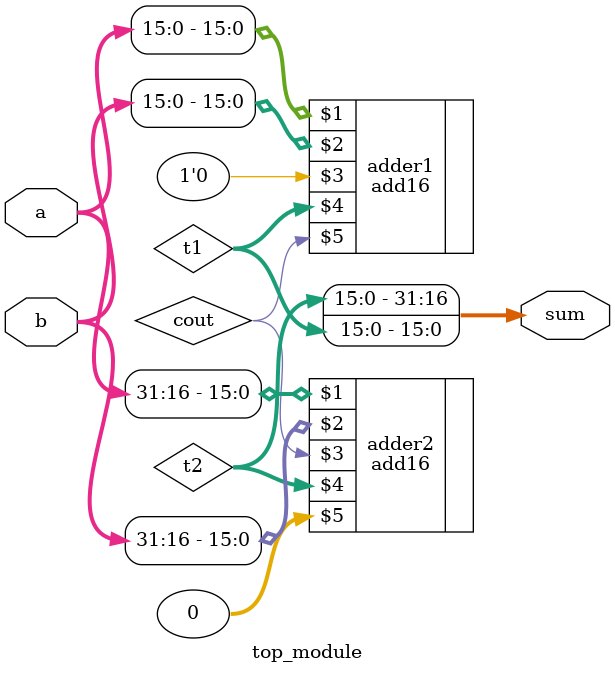
<source format=v>
module top_module(
    input [31:0] a,
    input [31:0] b,
    output [31:0] sum
);
    wire [15:0] t1, t2;
    wire cout;
    add16 adder1(a[15:0], b[15:0], 1'b0, t1, cout);
    add16 adder2(a[31:16], b[31:16], cout, t2, 0);
    assign sum = {t2, t1};
endmodule

</source>
